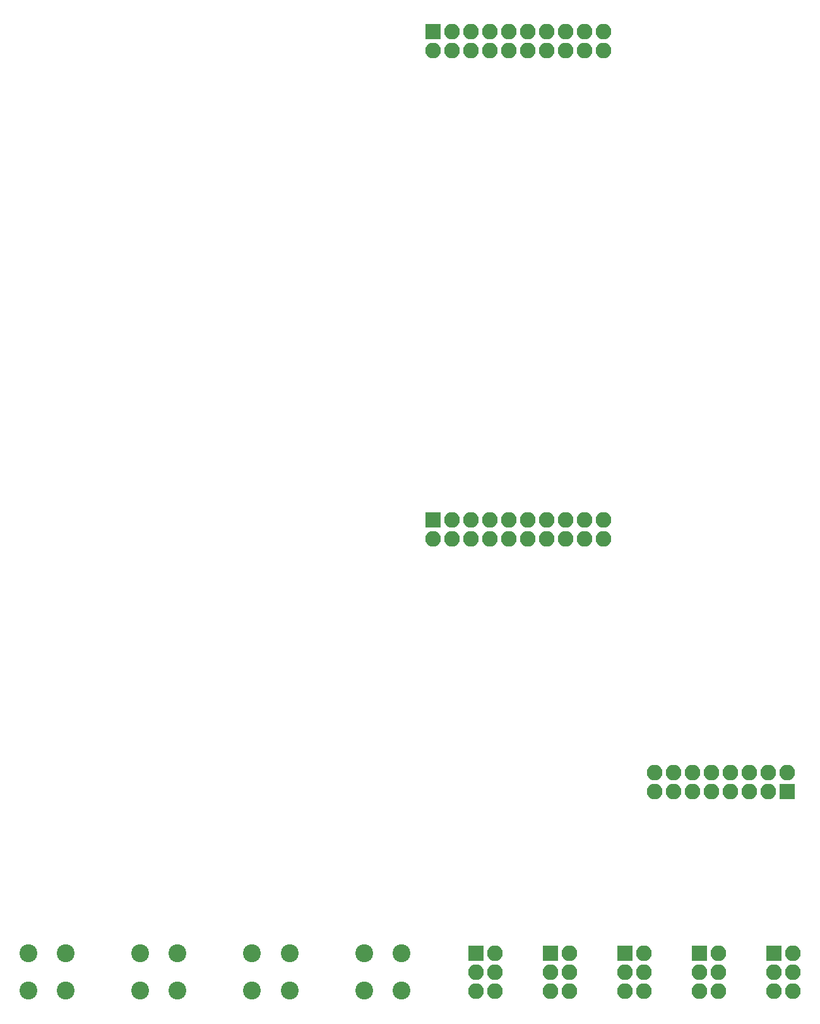
<source format=gbs>
G04 #@! TF.FileFunction,Soldermask,Bot*
%FSLAX46Y46*%
G04 Gerber Fmt 4.6, Leading zero omitted, Abs format (unit mm)*
G04 Created by KiCad (PCBNEW 4.0.6) date Friday, August 25, 2017 'AMt' 01:12:00 AM*
%MOMM*%
%LPD*%
G01*
G04 APERTURE LIST*
%ADD10C,0.100000*%
%ADD11R,2.100000X2.100000*%
%ADD12O,2.100000X2.100000*%
%ADD13C,2.400000*%
G04 APERTURE END LIST*
D10*
D11*
X151750000Y-143300000D03*
D12*
X151750000Y-140760000D03*
X149210000Y-143300000D03*
X149210000Y-140760000D03*
X146670000Y-143300000D03*
X146670000Y-140760000D03*
X144130000Y-143300000D03*
X144130000Y-140760000D03*
X141590000Y-143300000D03*
X141590000Y-140760000D03*
X139050000Y-143300000D03*
X139050000Y-140760000D03*
X136510000Y-143300000D03*
X136510000Y-140760000D03*
X133970000Y-143300000D03*
X133970000Y-140760000D03*
D11*
X104250000Y-41500000D03*
D12*
X104250000Y-44040000D03*
X106790000Y-41500000D03*
X106790000Y-44040000D03*
X109330000Y-41500000D03*
X109330000Y-44040000D03*
X111870000Y-41500000D03*
X111870000Y-44040000D03*
X114410000Y-41500000D03*
X114410000Y-44040000D03*
X116950000Y-41500000D03*
X116950000Y-44040000D03*
X119490000Y-41500000D03*
X119490000Y-44040000D03*
X122030000Y-41500000D03*
X122030000Y-44040000D03*
X124570000Y-41500000D03*
X124570000Y-44040000D03*
X127110000Y-41500000D03*
X127110000Y-44040000D03*
D11*
X104250000Y-106900000D03*
D12*
X104250000Y-109440000D03*
X106790000Y-106900000D03*
X106790000Y-109440000D03*
X109330000Y-106900000D03*
X109330000Y-109440000D03*
X111870000Y-106900000D03*
X111870000Y-109440000D03*
X114410000Y-106900000D03*
X114410000Y-109440000D03*
X116950000Y-106900000D03*
X116950000Y-109440000D03*
X119490000Y-106900000D03*
X119490000Y-109440000D03*
X122030000Y-106900000D03*
X122030000Y-109440000D03*
X124570000Y-106900000D03*
X124570000Y-109440000D03*
X127110000Y-106900000D03*
X127110000Y-109440000D03*
D11*
X120000000Y-165000000D03*
D12*
X122540000Y-165000000D03*
X120000000Y-167540000D03*
X122540000Y-167540000D03*
X120000000Y-170080000D03*
X122540000Y-170080000D03*
D11*
X140000000Y-165000000D03*
D12*
X142540000Y-165000000D03*
X140000000Y-167540000D03*
X142540000Y-167540000D03*
X140000000Y-170080000D03*
X142540000Y-170080000D03*
D11*
X150000000Y-165000000D03*
D12*
X152540000Y-165000000D03*
X150000000Y-167540000D03*
X152540000Y-167540000D03*
X150000000Y-170080000D03*
X152540000Y-170080000D03*
D11*
X110000000Y-165000000D03*
D12*
X112540000Y-165000000D03*
X110000000Y-167540000D03*
X112540000Y-167540000D03*
X110000000Y-170080000D03*
X112540000Y-170080000D03*
D11*
X130000000Y-165000000D03*
D12*
X132540000Y-165000000D03*
X130000000Y-167540000D03*
X132540000Y-167540000D03*
X130000000Y-170080000D03*
X132540000Y-170080000D03*
D13*
X50000000Y-165000000D03*
X55000000Y-165000000D03*
X55000000Y-170000000D03*
X50000000Y-170000000D03*
X65000000Y-165000000D03*
X70000000Y-165000000D03*
X70000000Y-170000000D03*
X65000000Y-170000000D03*
X80000000Y-165000000D03*
X85000000Y-165000000D03*
X85000000Y-170000000D03*
X80000000Y-170000000D03*
X95000000Y-165000000D03*
X100000000Y-165000000D03*
X100000000Y-170000000D03*
X95000000Y-170000000D03*
M02*

</source>
